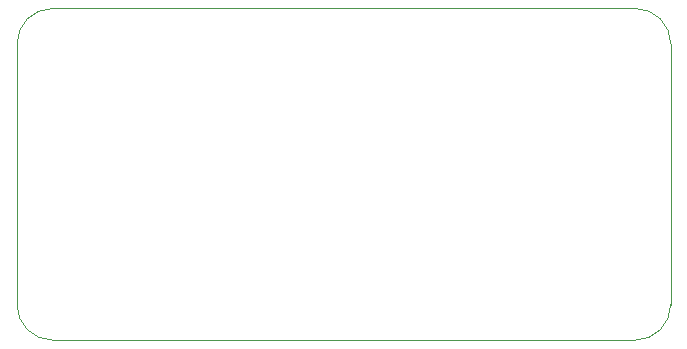
<source format=gm1>
%TF.GenerationSoftware,KiCad,Pcbnew,7.0.9*%
%TF.CreationDate,2024-01-08T11:19:50+08:00*%
%TF.ProjectId,UINIO-USB-Serial,55494e49-4f2d-4555-9342-2d5365726961,Version 1.0.0*%
%TF.SameCoordinates,PX7ba4d50PY51e45b0*%
%TF.FileFunction,Profile,NP*%
%FSLAX46Y46*%
G04 Gerber Fmt 4.6, Leading zero omitted, Abs format (unit mm)*
G04 Created by KiCad (PCBNEW 7.0.9) date 2024-01-08 11:19:50*
%MOMM*%
%LPD*%
G01*
G04 APERTURE LIST*
%TA.AperFunction,Profile*%
%ADD10C,0.100000*%
%TD*%
G04 APERTURE END LIST*
D10*
X-20000Y-10000D02*
X49330000Y-10000D01*
X49330000Y-28090000D02*
X-20000Y-28090000D01*
X-3020000Y-25090000D02*
G75*
G03*
X-20000Y-28090000I3000000J0D01*
G01*
X52330000Y-3010000D02*
X52330000Y-25090000D01*
X-3020000Y-25090000D02*
X-3020000Y-3010000D01*
X-20000Y-10000D02*
G75*
G03*
X-3020000Y-3010000I0J-3000000D01*
G01*
X52330000Y-3010000D02*
G75*
G03*
X49330000Y-10000I-3000000J0D01*
G01*
X49330000Y-28090000D02*
G75*
G03*
X52330000Y-25090000I0J3000000D01*
G01*
M02*

</source>
